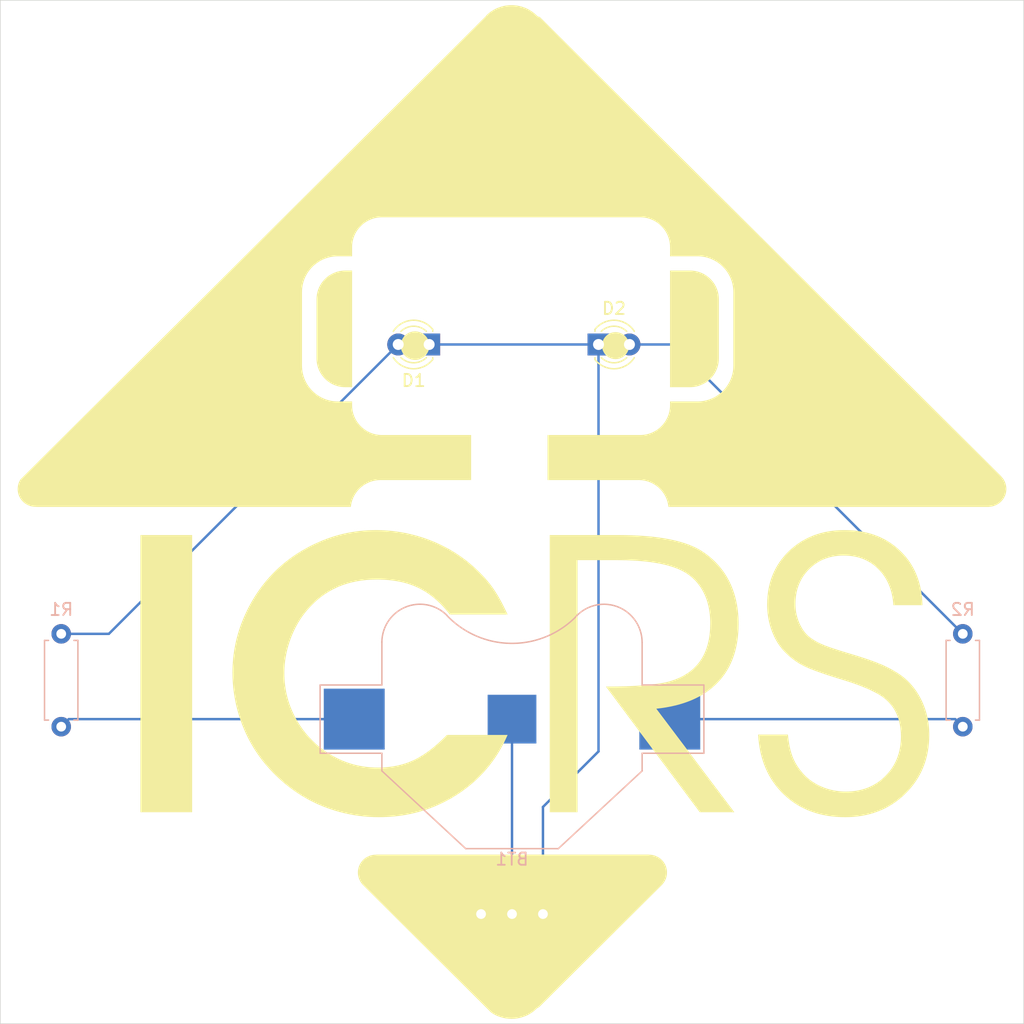
<source format=kicad_pcb>
(kicad_pcb (version 20241229) (generator "pcbnew") (generator_version "9.0")
  (layers (0 "F.Cu" signal) (2 "B.Cu" signal) (13 "F.Paste" user) (15 "B.Paste" user) (5 "F.SilkS" user "F.Silkscreen") (7 "B.SilkS" user "B.Silkscreen") (1 "F.Mask" user) (3 "B.Mask" user) (25 "Edge.Cuts" user))
  (net 0 "")
  (net 1 "GND")
  (net 2 "Net-(BT1-+)")
  (net 3 "Net-(D1-K)")
  (net 4 "Net-(D1-A)")
  (net 5 "Net-(D2-A)")
  (footprint "LED_THT:LED_D3.0mm" (layer "F.Cu") (at -6.8 -13.75 180)
    (property "Reference" "D1")
    (property "Value" "LED")
  )
  (footprint "Button_Switch_THT:SW_Slide-03_Wuerth-WS-SLTV_10x2.5x6.4_P2.54mm" (layer "F.Cu") (at 0 33 180)
    (property "Reference" "SW1")
    (property "Value" "SW_SPDT")
  )
  (footprint "LED_THT:LED_D3.0mm" (layer "F.Cu") (at 7.1 -13.75)
    (property "Reference" "D2")
    (property "Value" "LED")
  )
  (footprint "Battery:BatteryHolder_Multicomp_BC-2001_1x2032" (layer "B.Cu") (at 0 17 180)
    (property "Reference" "BT1")
    (property "Value" "Battery_Cell")
  )
  (footprint "Resistor_THT:R_Axial_DIN0207_L6.3mm_D2.5mm_P7.62mm_Horizontal" (layer "B.Cu") (at 37 10 -90)
    (property "Reference" "R2")
    (property "Value" "R")
  )
  (footprint "Resistor_THT:R_Axial_DIN0207_L6.3mm_D2.5mm_P7.62mm_Horizontal" (layer "B.Cu") (at -37 10 -90)
    (property "Reference" "R1")
    (property "Value" "R")
  )
  (gr_poly (pts (xy -13.123604 -10.2438) (xy -13.677245 -10.2438) (xy -13.799104 -10.246867) (xy -13.919362 -10.255969) (xy -14.037871 -10.270959) (xy -14.154482 -10.291687) (xy -14.269046 -10.318007) (xy -14.381415 -10.34977) (xy -14.491439 -10.386827) (xy -14.598971 -10.429031) (xy -14.703861 -10.476234) (xy -14.80596 -10.528288) (xy -14.90512 -10.585044) (xy -15.001192 -10.646355) (xy -15.094028 -10.712072) (xy -15.183478 -10.782048) (xy -15.269394 -10.856134) (xy -15.351627 -10.934182) (xy -15.430029 -11.016044) (xy -15.504451 -11.101572) (xy -15.574743 -11.190618) (xy -15.640758 -11.283034) (xy -15.702346 -11.378672) (xy -15.759359 -11.477383) (xy -15.811648 -11.57902) (xy -15.859065 -11.683435) (xy -15.90146 -11.790479) (xy -15.938685 -11.900005) (xy -15.970591 -12.011864) (xy -15.997029 -12.125908) (xy -16.017851 -12.241989) (xy -16.032909 -12.35996) (xy -16.042052 -12.479671) (xy -16.045133 -12.600975) (xy -16.045133 -17.462824) (xy -16.042052 -17.584104) (xy -16.03291 -17.703793) (xy -16.017855 -17.821742) (xy -15.997035 -17.937804) (xy -15.970599 -18.051829) (xy -15.938696 -18.163671) (xy -15.901475 -18.273181) (xy -15.859083 -18.38021) (xy -15.811671 -18.484612) (xy -15.759386 -18.586236) (xy -15.702377 -18.684937) (xy -15.640792 -18.780564) (xy -15.574782 -18.872971) (xy -15.504493 -18.962008) (xy -15.430075 -19.047529) (xy -15.351677 -19.129384) (xy -15.269446 -19.207426) (xy -15.183532 -19.281507) (xy -15.094084 -19.351478) (xy -15.00125 -19.417191) (xy -14.905178 -19.478499) (xy -14.806018 -19.535252) (xy -14.703918 -19.587304) (xy -14.599026 -19.634505) (xy -14.491492 -19.676708) (xy -14.381464 -19.713764) (xy -14.26909 -19.745526) (xy -14.15452 -19.771845) (xy -14.037902 -19.792573) (xy -13.919384 -19.807563) (xy -13.799116 -19.816665) (xy -13.677245 -19.819732) (xy -13.123604 -19.819732)) (fill yes) (layer "F.SilkS"))
  (gr_poly (pts (xy 27.63191 1.491418) (xy 27.970923 1.511334) (xy 28.301789 1.544525) (xy 28.624509 1.590994) (xy 28.939084 1.650739) (xy 29.245514 1.723761) (xy 29.5438 1.81006) (xy 29.833944 1.909635) (xy 30.115945 2.022487) (xy 30.389805 2.148616) (xy 30.655525 2.288021) (xy 30.913104 2.440703) (xy 31.162544 2.606662) (xy 31.403846 2.785898) (xy 31.637011 2.97841) (xy 31.862038 3.184199) (xy 32.076327 3.400794) (xy 32.277271 3.625723) (xy 32.464872 3.858988) (xy 32.639131 4.100589) (xy 32.800049 4.350527) (xy 32.947628 4.608802) (xy 33.081866 4.875415) (xy 33.202767 5.150367) (xy 33.310331 5.433657) (xy 33.404559 5.725288) (xy 33.485451 6.025258) (xy 33.553009 6.33357) (xy 33.607234 6.650223) (xy 33.648126 6.975218) (xy 33.675687 7.308556) (xy 33.689917 7.650237) (xy 31.303109 7.650237) (xy 31.28409 7.421912) (xy 31.257344 7.199347) (xy 31.222872 6.982541) (xy 31.180676 6.771493) (xy 31.130754 6.566202) (xy 31.073107 6.366667) (xy 31.007737 6.172888) (xy 30.934642 5.984862) (xy 30.853824 5.80259) (xy 30.765283 5.62607) (xy 30.669019 5.455301) (xy 30.565033 5.290283) (xy 30.453325 5.131013) (xy 30.333895 4.977492) (xy 30.206744 4.829718) (xy 30.071873 4.68769) (xy 29.930612 4.552978) (xy 29.784449 4.426952) (xy 29.633383 4.309611) (xy 29.477418 4.200958) (xy 29.316553 4.100993) (xy 29.150791 4.009716) (xy 28.980134 3.927129) (xy 28.804582 3.853231) (xy 28.624137 3.788025) (xy 28.438802 3.73151) (xy 28.248577 3.683688) (xy 28.053464 3.644559) (xy 27.853465 3.614124) (xy 27.64858 3.592384) (xy 27.438812 3.579339) (xy 27.224163 3.574991) (xy 27.01122 3.57937) (xy 26.803003 3.592508) (xy 26.59951 3.614402) (xy 26.400741 3.645052) (xy 26.206696 3.684457) (xy 26.017375 3.732614) (xy 25.832776 3.789524) (xy 25.6529 3.855185) (xy 25.477747 3.929596) (xy 25.307315 4.012755) (xy 25.141605 4.104662) (xy 24.980615 4.205315) (xy 24.824346 4.314714) (xy 24.672797 4.432856) (xy 24.525968 4.559741) (xy 24.383858 4.695368) (xy 24.248501 4.837793) (xy 24.121878 4.984974) (xy 24.003988 5.136911) (xy 23.894833 5.293602) (xy 23.79441 5.455049) (xy 23.702721 5.62125) (xy 23.619765 5.792205) (xy 23.545542 5.967913) (xy 23.480052 6.148375) (xy 23.423295 6.333589) (xy 23.375269 6.523556) (xy 23.335976 6.718274) (xy 23.305416 6.917744) (xy 23.283587 7.121966) (xy 23.270489 7.330938) (xy 23.266124 7.54466) (xy 23.26724 7.642166) (xy 23.270591 7.739071) (xy 23.276177 7.835378) (xy 23.284 7.931088) (xy 23.294062 8.026202) (xy 23.306364 8.120723) (xy 23.320908 8.214651) (xy 23.337695 8.307988) (xy 23.356727 8.400737) (xy 23.378005 8.492897) (xy 23.401532 8.584472) (xy 23.427308 8.675462) (xy 23.455334 8.765869) (xy 23.485614 8.855695) (xy 23.518147 8.944941) (xy 23.552936 9.033608) (xy 23.589608 9.120961) (xy 23.627938 9.206311) (xy 23.667926 9.28966) (xy 23.709572 9.371008) (xy 23.752876 9.450357) (xy 23.797836 9.527706) (xy 23.844452 9.603057) (xy 23.892725 9.676411) (xy 23.942654 9.747768) (xy 23.994238 9.817129) (xy 24.047477 9.884495) (xy 24.10237 9.949867) (xy 24.158918 10.013245) (xy 24.217119 10.07463) (xy 24.276975 10.134024) (xy 24.338483 10.191426) (xy 24.458749 10.287517) (xy 24.585391 10.380326) (xy 24.718411 10.469846) (xy 24.857811 10.556069) (xy 25.003591 10.638986) (xy 25.155754 10.718591) (xy 25.314302 10.794874) (xy 25.479235 10.867829) (xy 25.661264 10.942088) (xy 25.871398 11.021989) (xy 26.109634 11.107529) (xy 26.375975 11.198708) (xy 26.992967 11.397975) (xy 27.722372 11.619777) (xy 28.140027 11.745774) (xy 28.531968 11.867982) (xy 28.898194 11.986407) (xy 29.238699 12.101056) (xy 29.553482 12.211934) (xy 29.842539 12.319047) (xy 30.105868 12.422403) (xy 30.343465 12.522006) (xy 30.565586 12.621965) (xy 30.782782 12.726094) (xy 30.995055 12.83441) (xy 31.202403 12.946926) (xy 31.404828 13.06366) (xy 31.60233 13.184625) (xy 31.794908 13.309839) (xy 31.982564 13.439317) (xy 32.114729 13.54266) (xy 32.243186 13.649642) (xy 32.367936 13.760263) (xy 32.488979 13.874524) (xy 32.606315 13.992426) (xy 32.719944 14.11397) (xy 32.829868 14.239156) (xy 32.936086 14.367987) (xy 33.038599 14.500462) (xy 33.137407 14.636583) (xy 33.232511 14.77635) (xy 33.32391 14.919766) (xy 33.411606 15.06683) (xy 33.495599 15.217543) (xy 33.575889 15.371908) (xy 33.652476 15.529923) (xy 33.724756 15.690537) (xy 33.792369 15.852793) (xy 33.855317 16.016692) (xy 33.9136 16.182234) (xy 33.967217 16.349419) (xy 34.016171 16.518246) (xy 34.06046 16.688715) (xy 34.100085 16.860826) (xy 34.135047 17.034578) (xy 34.165346 17.209973) (xy 34.190983 17.387008) (xy 34.211957 17.565685) (xy 34.22827 17.746003) (xy 34.239922 17.927961) (xy 34.246912 18.11156) (xy 34.249243 18.296799) (xy 34.241567 18.655818) (xy 34.218543 19.007189) (xy 34.180169 19.350913) (xy 34.126449 19.686993) (xy 34.057384 20.015429) (xy 33.972974 20.336222) (xy 33.873221 20.649374) (xy 33.758127 20.954887) (xy 33.627693 21.252761) (xy 33.48192 21.542999) (xy 33.320809 21.825601) (xy 33.144362 22.100568) (xy 32.952581 22.367903) (xy 32.745466 22.627606) (xy 32.523019 22.879679) (xy 32.285241 23.124122) (xy 32.035797 23.35723) (xy 31.77845 23.575295) (xy 31.513198 23.778317) (xy 31.24004 23.966297) (xy 30.958977 24.139234) (xy 30.670008 24.297131) (xy 30.373132 24.439988) (xy 30.068348 24.567804) (xy 29.755656 24.680581) (xy 29.435056 24.778319) (xy 29.106546 24.861019) (xy 28.770126 24.928682) (xy 28.425796 24.981307) (xy 28.073555 25.018896) (xy 27.713402 25.041449) (xy 27.345337 25.048966) (xy 26.964567 25.041711) (xy 26.592641 25.019945) (xy 26.22956 24.983668) (xy 25.875325 24.932881) (xy 25.529936 24.867583) (xy 25.193395 24.787774) (xy 24.865702 24.693455) (xy 24.546859 24.584625) (xy 24.236867 24.461284) (xy 23.935726 24.323432) (xy 23.643437 24.171069) (xy 23.360002 24.004196) (xy 23.085421 23.822812) (xy 22.819696 23.626917) (xy 22.562826 23.416511) (xy 22.314814 23.191595) (xy 22.078195 22.954764) (xy 21.855501 22.708468) (xy 21.646732 22.452707) (xy 21.451887 22.187481) (xy 21.270967 21.912792) (xy 21.103971 21.62864) (xy 20.9509 21.335025) (xy 20.811754 21.031948) (xy 20.686532 20.719409) (xy 20.575235 20.39741) (xy 20.477863 20.06595) (xy 20.394415 19.725031) (xy 20.324892 19.374652) (xy 20.269293 19.014815) (xy 20.227619 18.645521) (xy 20.19987 18.266768) (xy 22.647265 18.266768) (xy 22.676112 18.531485) (xy 22.709958 18.784203) (xy 22.748793 19.024928) (xy 22.792606 19.253666) (xy 22.841387 19.470424) (xy 22.895123 19.675207) (xy 22.953804 19.868022) (xy 22.984996 19.959944) (xy 23.01742 20.048876) (xy 23.051389 20.135861) (xy 23.087316 20.222092) (xy 23.125202 20.307567) (xy 23.165043 20.392286) (xy 23.206839 20.476248) (xy 23.25059 20.559452) (xy 23.296293 20.641896) (xy 23.343947 20.72358) (xy 23.393552 20.804503) (xy 23.445106 20.884663) (xy 23.498607 20.964061) (xy 23.554056 21.042694) (xy 23.61145 21.120563) (xy 23.670788 21.197665) (xy 23.73207 21.274001) (xy 23.795294 21.349568) (xy 23.874038 21.442307) (xy 23.955439 21.532458) (xy 24.039498 21.620019) (xy 24.126214 21.70499) (xy 24.215587 21.787372) (xy 24.307617 21.867164) (xy 24.402304 21.944366) (xy 24.499648 22.018977) (xy 24.59965 22.090998) (xy 24.702308 22.160429) (xy 24.807624 22.227268) (xy 24.915597 22.291517) (xy 25.026226 22.353174) (xy 25.139513 22.41224) (xy 25.255457 22.468715) (xy 25.374058 22.522597) (xy 25.49436 22.573588) (xy 25.615552 22.621289) (xy 25.737634 22.6657) (xy 25.860607 22.706821) (xy 25.984472 22.744653) (xy 26.109229 22.779194) (xy 26.234878 22.810446) (xy 26.361419 22.838409) (xy 26.488853 22.863081) (xy 26.617181 22.884464) (xy 26.746403 22.902557) (xy 26.876518 22.917361) (xy 27.007528 22.928874) (xy 27.139433 22.937098) (xy 27.272233 22.942033) (xy 27.405928 22.943678) (xy 27.648689 22.938686) (xy 27.886085 22.923709) (xy 28.118117 22.898748) (xy 28.344783 22.863801) (xy 28.566084 22.818867) (xy 28.782019 22.763947) (xy 28.992587 22.69904) (xy 29.197789 22.624144) (xy 29.397623 22.53926) (xy 29.59209 22.444387) (xy 29.781189 22.339524) (xy 29.96492 22.224671) (xy 30.143282 22.099827) (xy 30.316275 21.964992) (xy 30.483898 21.820164) (xy 30.646151 21.665344) (xy 30.800689 21.5029) (xy 30.945264 21.335051) (xy 31.079874 21.161796) (xy 31.204519 20.983134) (xy 31.319198 20.799064) (xy 31.42391 20.609587) (xy 31.518654 20.4147) (xy 31.603429 20.214404) (xy 31.678234 20.008697) (xy 31.743068 19.797578) (xy 31.79793 19.581048) (xy 31.84282 19.359104) (xy 31.877735 19.131747) (xy 31.902676 18.898976) (xy 31.917642 18.660789) (xy 31.92263 18.417187) (xy 31.916612 18.15069) (xy 31.898557 17.892537) (xy 31.868465 17.642726) (xy 31.826337 17.401256) (xy 31.772171 17.168128) (xy 31.705967 16.943341) (xy 31.627726 16.726894) (xy 31.537447 16.518786) (xy 31.43513 16.319017) (xy 31.379457 16.222259) (xy 31.320775 16.127587) (xy 31.259082 16.034998) (xy 31.194381 15.944494) (xy 31.126669 15.856074) (xy 31.055948 15.769739) (xy 30.905476 15.603321) (xy 30.742966 15.445238) (xy 30.568416 15.295492) (xy 30.381826 15.15408) (xy 30.23863 15.060234) (xy 30.084817 14.966615) (xy 29.74534 14.780062) (xy 29.363393 14.59443) (xy 28.938975 14.409725) (xy 28.472086 14.225957) (xy 27.962722 14.043133) (xy 27.410883 13.861261) (xy 26.816567 13.680348) (xy 26.33684 13.529848) (xy 25.894614 13.386625) (xy 25.489895 13.250688) (xy 25.122691 13.122047) (xy 24.793011 13.000711) (xy 24.500862 12.886689) (xy 24.246251 12.779991) (xy 24.029187 12.680626) (xy 23.930509 12.631652) (xy 23.832714 12.580625) (xy 23.735803 12.527544) (xy 23.639775 12.472409) (xy 23.544629 12.415218) (xy 23.450367 12.355972) (xy 23.356987 12.29467) (xy 23.26449 12.231312) (xy 23.172875 12.165896) (xy 23.082141 12.098422) (xy 22.99229 12.028889) (xy 22.90332 11.957298) (xy 22.815231 11.883648) (xy 22.728024 11.807937) (xy 22.641697 11.730166) (xy 22.556251 11.650333) (xy 22.461316 11.560563) (xy 22.369094 11.467909) (xy 22.279585 11.372374) (xy 22.192791 11.273957) (xy 22.108712 11.17266) (xy 22.027347 11.068483) (xy 21.948698 10.961427) (xy 21.872764 10.851493) (xy 21.799547 10.738681) (xy 21.729046 10.622993) (xy 21.661262 10.504429) (xy 21.596196 10.382991) (xy 21.533847 10.258678) (xy 21.474216 10.131492) (xy 21.417303 10.001433) (xy 21.363109 9.868502) (xy 21.311859 9.733691) (xy 21.263922 9.597993) (xy 21.219298 9.461409) (xy 21.177985 9.323939) (xy 21.139982 9.185583) (xy 21.10529 9.046342) (xy 21.073906 8.906214) (xy 21.045829 8.765202) (xy 21.021059 8.623304) (xy 20.999595 8.480522) (xy 20.981436 8.336855) (xy 20.966581 8.192303) (xy 20.955029 8.046868) (xy 20.946778 7.900548) (xy 20.941828 7.753344) (xy 20.940179 7.605257) (xy 20.947172 7.274396) (xy 20.968151 6.950996) (xy 21.003116 6.635056) (xy 21.052066 6.326577) (xy 21.115 6.025558) (xy 21.191918 5.732) (xy 21.28282 5.445904) (xy 21.387703 5.167268) (xy 21.506569 4.896095) (xy 21.639417 4.632383) (xy 21.786245 4.376133) (xy 21.947053 4.127345) (xy 22.121841 3.88602) (xy 22.310608 3.652157) (xy 22.513354 3.425757) (xy 22.730078 3.20682) (xy 22.957648 2.998314) (xy 23.19283 2.803255) (xy 23.435624 2.621645) (xy 23.686031 2.453483) (xy 23.94405 2.298772) (xy 24.209682 2.15751) (xy 24.482927 2.029699) (xy 24.763785 1.91534) (xy 25.052257 1.814432) (xy 25.348342 1.726977) (xy 25.652041 1.652975) (xy 25.963354 1.592426) (xy 26.282281 1.545332) (xy 26.608823 1.511692) (xy 26.942979 1.491508) (xy 27.28475 1.48478)) (fill yes) (layer "F.SilkS"))
  (gr_poly (pts (xy 8.555679 -14.762501) (xy 8.612196 -14.758224) (xy 8.667892 -14.751181) (xy 8.722697 -14.741441) (xy 8.776541 -14.729074) (xy 8.829353 -14.714149) (xy 8.881065 -14.696736) (xy 8.931606 -14.676904) (xy 8.980905 -14.654723) (xy 9.028894 -14.630262) (xy 9.075501 -14.603591) (xy 9.120658 -14.574779) (xy 9.164294 -14.543896) (xy 9.206339 -14.511011) (xy 9.246724 -14.476193) (xy 9.285377 -14.439513) (xy 9.32223 -14.40104) (xy 9.357213 -14.360842) (xy 9.390255 -14.318991) (xy 9.421286 -14.275554) (xy 9.450237 -14.230602) (xy 9.477037 -14.184205) (xy 9.501617 -14.136431) (xy 9.523907 -14.08735) (xy 9.543836 -14.037032) (xy 9.561335 -13.985547) (xy 9.576334 -13.932962) (xy 9.588763 -13.879349) (xy 9.598552 -13.824777) (xy 9.60563 -13.769315) (xy 9.609928 -13.713032) (xy 9.611377 -13.655999) (xy 9.609928 -13.599001) (xy 9.60563 -13.542749) (xy 9.598552 -13.487313) (xy 9.588763 -13.432763) (xy 9.576334 -13.379168) (xy 9.561335 -13.326599) (xy 9.543836 -13.275125) (xy 9.523907 -13.224815) (xy 9.501617 -13.17574) (xy 9.477037 -13.127969) (xy 9.450237 -13.081572) (xy 9.421286 -13.036619) (xy 9.390255 -12.993178) (xy 9.357213 -12.951321) (xy 9.32223 -12.911116) (xy 9.285377 -12.872634) (xy 9.246724 -12.835944) (xy 9.206339 -12.801116) (xy 9.164294 -12.768219) (xy 9.120658 -12.737324) (xy 9.075501 -12.708499) (xy 9.028894 -12.681816) (xy 8.980905 -12.657343) (xy 8.931606 -12.635149) (xy 8.881065 -12.615306) (xy 8.829353 -12.597883) (xy 8.776541 -12.582948) (xy 8.722697 -12.570573) (xy 8.667892 -12.560826) (xy 8.612196 -12.553778) (xy 8.555679 -12.549498) (xy 8.49841 -12.548056) (xy 8.441117 -12.549498) (xy 8.384576 -12.553777) (xy 8.328858 -12.560823) (xy 8.274033 -12.570567) (xy 8.220171 -12.58294) (xy 8.167341 -12.597871) (xy 8.115613 -12.615291) (xy 8.065058 -12.635131) (xy 8.015745 -12.65732) (xy 7.967744 -12.681789) (xy 7.921125 -12.708468) (xy 7.875958 -12.737289) (xy 7.832313 -12.76818) (xy 7.790259 -12.801073) (xy 7.749868 -12.835897) (xy 7.711207 -12.872584) (xy 7.674349 -12.911063) (xy 7.639361 -12.951266) (xy 7.606315 -12.993121) (xy 7.57528 -13.03656) (xy 7.546326 -13.081513) (xy 7.519523 -13.12791) (xy 7.494941 -13.175682) (xy 7.47265 -13.224759) (xy 7.452719 -13.275071) (xy 7.435219 -13.32655) (xy 7.420219 -13.379124) (xy 7.40779 -13.432724) (xy 7.398002 -13.487282) (xy 7.390923 -13.542727) (xy 7.386625 -13.598989) (xy 7.385176 -13.655999) (xy 7.386625 -13.713032) (xy 7.390923 -13.769315) (xy 7.398002 -13.824777) (xy 7.40779 -13.879349) (xy 7.420219 -13.932962) (xy 7.435219 -13.985547) (xy 7.452719 -14.037032) (xy 7.47265 -14.08735) (xy 7.494941 -14.136431) (xy 7.519523 -14.184205) (xy 7.546326 -14.230602) (xy 7.57528 -14.275554) (xy 7.606315 -14.318991) (xy 7.639361 -14.360842) (xy 7.674349 -14.40104) (xy 7.711207 -14.439513) (xy 7.749868 -14.476193) (xy 7.790259 -14.511011) (xy 7.832313 -14.543896) (xy 7.875958 -14.574779) (xy 7.921125 -14.603591) (xy 7.967744 -14.630262) (xy 8.015745 -14.654723) (xy 8.065058 -14.676904) (xy 8.115613 -14.696736) (xy 8.167341 -14.714149) (xy 8.220171 -14.729074) (xy 8.274033 -14.741441) (xy 8.328858 -14.751181) (xy 8.384576 -14.758224) (xy 8.441117 -14.762501) (xy 8.49841 -14.763942)) (fill yes) (layer "F.SilkS"))
  (gr_poly (pts (xy 14.731882 -19.816932) (xy 14.852142 -19.80783) (xy 14.970654 -19.79284) (xy 15.087269 -19.772112) (xy 15.201839 -19.745792) (xy 15.314215 -19.714029) (xy 15.424247 -19.676972) (xy 15.531787 -19.634767) (xy 15.636686 -19.587564) (xy 15.738796 -19.535511) (xy 15.837967 -19.478754) (xy 15.93405 -19.417444) (xy 16.026897 -19.351727) (xy 16.11636 -19.281751) (xy 16.202288 -19.207665) (xy 16.284534 -19.129617) (xy 16.362948 -19.047755) (xy 16.437382 -18.962227) (xy 16.507686 -18.873181) (xy 16.573713 -18.780765) (xy 16.635313 -18.685127) (xy 16.692337 -18.586416) (xy 16.744636 -18.484779) (xy 16.792062 -18.380364) (xy 16.834466 -18.27332) (xy 16.871699 -18.163794) (xy 16.903613 -18.051935) (xy 16.930057 -17.937891) (xy 16.950884 -17.82181) (xy 16.965945 -17.703839) (xy 16.975091 -17.584128) (xy 16.978172 -17.462824) (xy 16.978172 -12.600975) (xy 16.975091 -12.479671) (xy 16.965945 -12.35996) (xy 16.950884 -12.241989) (xy 16.930057 -12.125908) (xy 16.903613 -12.011865) (xy 16.871699 -11.900007) (xy 16.834466 -11.790482) (xy 16.792062 -11.683439) (xy 16.744636 -11.579026) (xy 16.692337 -11.477391) (xy 16.635313 -11.378683) (xy 16.573713 -11.283048) (xy 16.507686 -11.190636) (xy 16.437382 -11.101594) (xy 16.362948 -11.016071) (xy 16.284534 -10.934215) (xy 16.202288 -10.856173) (xy 16.11636 -10.782095) (xy 16.026897 -10.712128) (xy 15.93405 -10.64642) (xy 15.837967 -10.585119) (xy 15.738796 -10.528374) (xy 15.636686 -10.476333) (xy 15.531787 -10.429143) (xy 15.424247 -10.386953) (xy 15.314215 -10.349911) (xy 15.201839 -10.318166) (xy 15.087269 -10.291865) (xy 14.970654 -10.271156) (xy 14.852142 -10.256187) (xy 14.731882 -10.247108) (xy 14.610022 -10.244065) (xy 12.970003 -10.244065) (xy 12.970003 -19.819999) (xy 14.610022 -19.819999)) (fill yes) (layer "F.SilkS"))
  (gr_poly (pts (xy -0.029691 -41.602079) (xy 0.008402 -41.601508) (xy 0.046557 -41.600577) (xy 0.077137 -41.599574) (xy 0.107743 -41.598324) (xy 0.138348 -41.596758) (xy 0.168928 -41.594809) (xy 0.205296 -41.591884) (xy 0.241591 -41.58853) (xy 0.277835 -41.584772) (xy 0.314053 -41.58063) (xy 0.34637 -41.576488) (xy 0.378513 -41.572007) (xy 0.410607 -41.567212) (xy 0.442776 -41.562123) (xy 0.477218 -41.556348) (xy 0.511663 -41.550167) (xy 0.546059 -41.543535) (xy 0.580357 -41.536408) (xy 0.613804 -41.528905) (xy 0.647115 -41.520907) (xy 0.68035 -41.512548) (xy 0.713571 -41.503964) (xy 0.746168 -41.495282) (xy 0.778676 -41.48642) (xy 0.81111 -41.477198) (xy 0.843481 -41.467435) (xy 0.877667 -41.456248) (xy 0.911779 -41.444452) (xy 0.945841 -41.432251) (xy 0.97988 -41.419848) (xy 1.040731 -41.397376) (xy 1.071034 -41.385713) (xy 1.086132 -41.379676) (xy 1.101188 -41.373464) (xy 1.118763 -41.366024) (xy 1.13627 -41.358334) (xy 1.171104 -41.342371) (xy 1.205739 -41.325912) (xy 1.240224 -41.309296) (xy 1.296186 -41.282529) (xy 1.324092 -41.268842) (xy 1.337961 -41.261775) (xy 1.351751 -41.254502) (xy 1.369805 -41.244629) (xy 1.38776 -41.234502) (xy 1.423435 -41.213646) (xy 1.458887 -41.192249) (xy 1.494225 -41.170626) (xy 1.518907 -41.155692) (xy 1.543638 -41.140915) (xy 1.56827 -41.125913) (xy 1.580502 -41.118208) (xy 1.592654 -41.110303) (xy 1.612055 -41.097163) (xy 1.631284 -41.083728) (xy 1.650368 -41.070039) (xy 1.669332 -41.056139) (xy 1.707007 -41.027874) (xy 1.744522 -40.999272) (xy 1.754278 -40.991953) (xy 1.764081 -40.984743) (xy 1.783714 -40.970462) (xy 1.793488 -40.963295) (xy 1.803197 -40.956046) (xy 1.812813 -40.948667) (xy 1.822308 -40.941111) (xy 1.850095 -40.918138) (xy 1.877683 -40.894813) (xy 1.90506 -40.871122) (xy 1.932212 -40.847051) (xy 1.959129 -40.822586) (xy 1.985797 -40.797712) (xy 2.012205 -40.772416) (xy 2.038339 -40.746683) (xy 2.053659 -40.73198) (xy 2.06881 -40.718498) (xy 2.083796 -40.706212) (xy 2.09862 -40.695099) (xy 2.113285 -40.685133) (xy 2.127792 -40.67629) (xy 2.142145 -40.668546) (xy 2.156347 -40.661877) (xy 2.170399 -40.656259) (xy 2.184305 -40.651667) (xy 2.198068 -40.648077) (xy 2.21169 -40.645464) (xy 2.225174 -40.643805) (xy 2.238522 -40.643075) (xy 2.251737 -40.643249) (xy 2.264823 -40.644304) (xy 40.110554 -2.971597) (xy 40.112671 -2.968871) (xy 40.114674 -2.966195) (xy 40.118431 -2.96095) (xy 40.125639 -2.950612) (xy 40.129481 -2.945362) (xy 40.131546 -2.942682) (xy 40.13374 -2.939952) (xy 40.136087 -2.937162) (xy 40.138613 -2.934303) (xy 40.14134 -2.931364) (xy 40.144295 -2.928336) (xy 40.196511 -2.873677) (xy 40.245358 -2.817066) (xy 40.290836 -2.758633) (xy 40.332945 -2.698508) (xy 40.371685 -2.636823) (xy 40.407055 -2.573706) (xy 40.439055 -2.509288) (xy 40.467685 -2.443699) (xy 40.492945 -2.37707) (xy 40.514834 -2.30953) (xy 40.533353 -2.24121) (xy 40.548502 -2.17224) (xy 40.560279 -2.10275) (xy 40.568686 -2.03287) (xy 40.573721 -1.96273) (xy 40.575385 -1.892461) (xy 40.573678 -1.822193) (xy 40.568599 -1.752056) (xy 40.560148 -1.68218) (xy 40.548325 -1.612695) (xy 40.533129 -1.543731) (xy 40.514562 -1.47542) (xy 40.492622 -1.40789) (xy 40.467309 -1.341272) (xy 40.438623 -1.275696) (xy 40.406565 -1.211293) (xy 40.371133 -1.148192) (xy 40.332328 -1.086524) (xy 40.290149 -1.026418) (xy 40.244596 -0.968006) (xy 40.19567 -0.911417) (xy 40.14337 -0.856781) (xy 40.092757 -0.808676) (xy 40.040456 -0.763429) (xy 39.986571 -0.721041) (xy 39.931204 -0.681511) (xy 39.87446 -0.644841) (xy 39.816442 -0.611029) (xy 39.757254 -0.580076) (xy 39.697 -0.551982) (xy 39.635783 -0.526746) (xy 39.573707 -0.504369) (xy 39.510876 -0.484851) (xy 39.447393 -0.468192) (xy 39.383362 -0.454391) (xy 39.318886 -0.443449) (xy 39.254071 -0.435365) (xy 39.189018 -0.430141) (xy 39.185839 -0.42992) (xy 39.182892 -0.42961) (xy 39.180159 -0.429216) (xy 39.177624 -0.428744) (xy 39.175269 -0.428201) (xy 39.173078 -0.427593) (xy 39.171035 -0.426926) (xy 39.169121 -0.426206) (xy 39.16732 -0.42544) (xy 39.165616 -0.424633) (xy 39.163991 -0.423792) (xy 39.162429 -0.422924) (xy 39.159425 -0.421127) (xy 39.156469 -0.419293) (xy 12.837175 -0.419293) (xy 12.82306 -0.534357) (xy 12.803668 -0.647716) (xy 12.779126 -0.759241) (xy 12.749561 -0.868805) (xy 12.7151 -0.97628) (xy 12.67587 -1.081539) (xy 12.631997 -1.184453) (xy 12.583609 -1.284895) (xy 12.530832 -1.382738) (xy 12.473793 -1.477853) (xy 12.412619 -1.570113) (xy 12.347437 -1.659391) (xy 12.278374 -1.745558) (xy 12.205556 -1.828487) (xy 12.129111 -1.908051) (xy 12.049165 -1.984121) (xy 11.965846 -2.05657) (xy 11.879279 -2.12527) (xy 11.789592 -2.190094) (xy 11.696912 -2.250913) (xy 11.601366 -2.307601) (xy 11.50308 -2.360029) (xy 11.402181 -2.40807) (xy 11.298796 -2.451596) (xy 11.193053 -2.49048) (xy 11.085077 -2.524593) (xy 10.974996 -2.553809) (xy 10.862937 -2.577999) (xy 10.749026 -2.597036) (xy 10.63339 -2.610791) (xy 10.516157 -2.619138) (xy 10.397452 -2.621949) (xy 2.914246 -2.621949) (xy 2.914246 -6.319635) (xy 10.514139 -6.319635) (xy 10.640473 -6.322816) (xy 10.765148 -6.332254) (xy 10.888011 -6.347798) (xy 11.008908 -6.369292) (xy 11.127684 -6.396584) (xy 11.244184 -6.429519) (xy 11.358256 -6.467944) (xy 11.469743 -6.511706) (xy 11.578493 -6.56065) (xy 11.68435 -6.614623) (xy 11.78716 -6.673472) (xy 11.88677 -6.737042) (xy 11.983025 -6.80518) (xy 12.07577 -6.877732) (xy 12.164852 -6.954545) (xy 12.250115 -7.035465) (xy 12.331407 -7.120338) (xy 12.408572 -7.20901) (xy 12.481456 -7.301329) (xy 12.549905 -7.397139) (xy 12.613765 -7.496289) (xy 12.672881 -7.598623) (xy 12.727099 -7.703988) (xy 12.776265 -7.812231) (xy 12.820225 -7.923198) (xy 12.858824 -8.036735) (xy 12.891907 -8.152688) (xy 12.919322 -8.270905) (xy 12.940913 -8.39123) (xy 12.956526 -8.513511) (xy 12.966007 -8.637594) (xy 12.969202 -8.763325) (xy 12.969202 -9.075005) (xy 15.221337 -9.075005) (xy 15.372928 -9.078821) (xy 15.52253 -9.090146) (xy 15.669956 -9.108796) (xy 15.815023 -9.134586) (xy 15.957545 -9.167332) (xy 16.097337 -9.206851) (xy 16.234213 -9.252957) (xy 16.367989 -9.305466) (xy 16.49848 -9.364194) (xy 16.6255 -9.428957) (xy 16.748865 -9.49957) (xy 16.868388 -9.575849) (xy 16.983886 -9.65761) (xy 17.095173 -9.744669) (xy 17.202063 -9.836841) (xy 17.304372 -9.933942) (xy 17.401915 -10.035787) (xy 17.494506 -10.142193) (xy 17.581961 -10.252976) (xy 17.664094 -10.367949) (xy 17.74072 -10.486931) (xy 17.811654 -10.609735) (xy 17.876712 -10.736179) (xy 17.935707 -10.866077) (xy 17.988454 -10.999245) (xy 18.034769 -11.1355) (xy 18.074467 -11.274656) (xy 18.107362 -11.41653) (xy 18.133269 -11.560937) (xy 18.152004 -11.707692) (xy 18.16338 -11.856613) (xy 18.167213 -12.007513) (xy 18.167213 -18.056154) (xy 18.16338 -18.207067) (xy 18.152004 -18.355997) (xy 18.133269 -18.502761) (xy 18.107362 -18.647176) (xy 18.074467 -18.789056) (xy 18.034769 -18.928217) (xy 17.988454 -19.064475) (xy 17.935707 -19.197646) (xy 17.876712 -19.327546) (xy 17.811654 -19.453991) (xy 17.74072 -19.576795) (xy 17.664094 -19.695776) (xy 17.581961 -19.810749) (xy 17.494506 -19.921529) (xy 17.401915 -20.027932) (xy 17.304372 -20.129775) (xy 17.202063 -20.226873) (xy 17.095173 -20.319041) (xy 16.983886 -20.406096) (xy 16.868388 -20.487853) (xy 16.748865 -20.564129) (xy 16.6255 -20.634738) (xy 16.49848 -20.699496) (xy 16.367989 -20.758221) (xy 16.234213 -20.810726) (xy 16.097337 -20.856828) (xy 15.957545 -20.896343) (xy 15.815023 -20.929087) (xy 15.669956 -20.954875) (xy 15.52253 -20.973523) (xy 15.372928 -20.984847) (xy 15.221337 -20.988662) (xy 12.969202 -20.988662) (xy 12.969202 -21.746164) (xy 12.966007 -21.87193) (xy 12.956526 -21.996043) (xy 12.940913 -22.11835) (xy 12.919322 -22.238698) (xy 12.891907 -22.356933) (xy 12.858824 -22.472902) (xy 12.820225 -22.58645) (xy 12.776265 -22.697426) (xy 12.727099 -22.805674) (xy 12.672881 -22.911042) (xy 12.613765 -23.013377) (xy 12.549905 -23.112524) (xy 12.481456 -23.208331) (xy 12.408572 -23.300644) (xy 12.331407 -23.38931) (xy 12.250115 -23.474174) (xy 12.164852 -23.555084) (xy 12.07577 -23.631886) (xy 11.983025 -23.704427) (xy 11.88677 -23.772553) (xy 11.78716 -23.836111) (xy 11.68435 -23.894947) (xy 11.578493 -23.948908) (xy 11.469743 -23.99784) (xy 11.358256 -24.04159) (xy 11.244184 -24.080005) (xy 11.127684 -24.112931) (xy 11.008908 -24.140214) (xy 10.888011 -24.161702) (xy 10.765148 -24.17724) (xy 10.640473 -24.186676) (xy 10.514139 -24.189855) (xy -10.669595 -24.189855) (xy -10.795917 -24.186676) (xy -10.920582 -24.17724) (xy -11.043435 -24.161702) (xy -11.164322 -24.140214) (xy -11.283089 -24.112931) (xy -11.399582 -24.080005) (xy -11.513645 -24.04159) (xy -11.625126 -23.99784) (xy -11.733869 -23.948908) (xy -11.83972 -23.894947) (xy -11.942525 -23.836111) (xy -12.04213 -23.772553) (xy -12.13838 -23.704427) (xy -12.231121 -23.631886) (xy -12.320199 -23.555084) (xy -12.40546 -23.474174) (xy -12.486748 -23.38931) (xy -12.56391 -23.300644) (xy -12.636792 -23.208331) (xy -12.70524 -23.112524) (xy -12.769098 -23.013377) (xy -12.828212 -22.911042) (xy -12.88243 -22.805674) (xy -12.931595 -22.697426) (xy -12.975554 -22.58645) (xy -13.014152 -22.472902) (xy -13.047235 -22.356933) (xy -13.07465 -22.238698) (xy -13.09624 -22.11835) (xy -13.111853 -21.996043) (xy -13.121334 -21.87193) (xy -13.124529 -21.746164) (xy -13.124529 -20.988662) (xy -14.290153 -20.988662) (xy -14.441732 -20.984847) (xy -14.591322 -20.973523) (xy -14.738738 -20.954875) (xy -14.883795 -20.929087) (xy -15.026307 -20.896343) (xy -15.16609 -20.856828) (xy -15.302959 -20.810726) (xy -15.436728 -20.758221) (xy -15.567211 -20.699496) (xy -15.694225 -20.634738) (xy -15.817584 -20.564129) (xy -15.937102 -20.487853) (xy -16.052595 -20.406096) (xy -16.163877 -20.319041) (xy -16.270764 -20.226873) (xy -16.37307 -20.129775) (xy -16.47061 -20.027932) (xy -16.563198 -19.921529) (xy -16.650651 -19.810749) (xy -16.732782 -19.695776) (xy -16.809406 -19.576795) (xy -16.880339 -19.453991) (xy -16.945395 -19.327546) (xy -17.004389 -19.197646) (xy -17.057136 -19.064475) (xy -17.10345 -18.928217) (xy -17.143147 -18.789056) (xy -17.176042 -18.647176) (xy -17.201949 -18.502761) (xy -17.220683 -18.355997) (xy -17.23206 -18.207067) (xy -17.235893 -18.056154) (xy -17.235893 -12.007513) (xy -17.23206 -11.856613) (xy -17.220683 -11.707692) (xy -17.201949 -11.560937) (xy -17.176042 -11.41653) (xy -17.143147 -11.274656) (xy -17.10345 -11.1355) (xy -17.057136 -10.999245) (xy -17.004389 -10.866077) (xy -16.945395 -10.736179) (xy -16.880339 -10.609735) (xy -16.809406 -10.486931) (xy -16.732782 -10.367949) (xy -16.650651 -10.252976) (xy -16.563198 -10.142193) (xy -16.47061 -10.035787) (xy -16.37307 -9.933942) (xy -16.270764 -9.836841) (xy -16.163877 -9.744669) (xy -16.052595 -9.65761) (xy -15.937102 -9.575849) (xy -15.817584 -9.49957) (xy -15.694225 -9.428957) (xy -15.567211 -9.364194) (xy -15.436728 -9.305466) (xy -15.302959 -9.252957) (xy -15.16609 -9.206851) (xy -15.026307 -9.167332) (xy -14.883795 -9.134586) (xy -14.738738 -9.108796) (xy -14.591322 -9.090146) (xy -14.441732 -9.078821) (xy -14.290153 -9.075005) (xy -13.124529 -9.075005) (xy -13.124529 -8.763325) (xy -13.121334 -8.637594) (xy -13.111853 -8.513511) (xy -13.09624 -8.39123) (xy -13.07465 -8.270905) (xy -13.047235 -8.152688) (xy -13.014152 -8.036735) (xy -12.975554 -7.923198) (xy -12.931595 -7.812231) (xy -12.88243 -7.703988) (xy -12.828212 -7.598623) (xy -12.769098 -7.496289) (xy -12.70524 -7.397139) (xy -12.636792 -7.301329) (xy -12.56391 -7.20901) (xy -12.486748 -7.120338) (xy -12.40546 -7.035465) (xy -12.320199 -6.954545) (xy -12.231121 -6.877732) (xy -12.13838 -6.80518) (xy -12.04213 -6.737042) (xy -11.942525 -6.673472) (xy -11.83972 -6.614623) (xy -11.733869 -6.56065) (xy -11.625126 -6.511706) (xy -11.513645 -6.467944) (xy -11.399582 -6.429519) (xy -11.283089 -6.396584) (xy -11.164322 -6.369292) (xy -11.043435 -6.347798) (xy -10.920582 -6.332254) (xy -10.795917 -6.322816) (xy -10.669595 -6.319635) (xy -3.354529 -6.319635) (xy -3.354529 -2.621687) (xy -10.788656 -2.621687) (xy -10.90736 -2.618876) (xy -11.024591 -2.61053) (xy -11.140223 -2.596776) (xy -11.254129 -2.577742) (xy -11.366183 -2.553555) (xy -11.476257 -2.524342) (xy -11.584226 -2.490232) (xy -11.689962 -2.451353) (xy -11.793338 -2.40783) (xy -11.894229 -2.359793) (xy -11.992507 -2.307369) (xy -12.088045 -2.250686) (xy -12.180717 -2.18987) (xy -12.270396 -2.12505) (xy -12.356956 -2.056353) (xy -12.440269 -1.983908) (xy -12.520209 -1.907841) (xy -12.596649 -1.82828) (xy -12.669463 -1.745352) (xy -12.738524 -1.659186) (xy -12.803704 -1.569909) (xy -12.864878 -1.477649) (xy -12.921919 -1.382533) (xy -12.9747 -1.284688) (xy -13.023094 -1.184243) (xy -13.066975 -1.081325) (xy -13.106215 -0.976062) (xy -13.140689 -0.868581) (xy -13.170268 -0.759009) (xy -13.194828 -0.647475) (xy -13.214241 -0.534107) (xy -13.228379 -0.41903) (xy -39.067891 -0.41903) (xy -39.069099 -0.420658) (xy -39.069736 -0.421455) (xy -39.070406 -0.422231) (xy -39.071113 -0.422981) (xy -39.071866 -0.423696) (xy -39.07267 -0.424371) (xy -39.073533 -0.424999) (xy -39.074461 -0.425572) (xy -39.075461 -0.426084) (xy -39.076539 -0.426528) (xy -39.07711 -0.426723) (xy -39.077702 -0.426898) (xy -39.078318 -0.427053) (xy -39.078958 -0.427186) (xy -39.079622 -0.427298) (xy -39.080312 -0.427386) (xy -39.081028 -0.427451) (xy -39.081771 -0.427491) (xy -39.082542 -0.427506) (xy -39.083343 -0.427494) (xy -39.155407 -0.428124) (xy -39.227372 -0.432245) (xy -39.2991 -0.439857) (xy -39.370451 -0.450961) (xy -39.441287 -0.465556) (xy -39.51147 -0.483642) (xy -39.58086 -0.505219) (xy -39.64932 -0.530287) (xy -39.71671 -0.558847) (xy -39.782892 -0.590898) (xy -39.847728 -0.62644) (xy -39.911078 -0.665473) (xy -39.972804 -0.707998) (xy -40.032767 -0.754014) (xy -40.090829 -0.803521) (xy -40.146851 -0.856519) (xy -40.191779 -0.903204) (xy -40.234216 -0.951329) (xy -40.274162 -1.000812) (xy -40.311619 -1.051572) (xy -40.346589 -1.103527) (xy -40.379073 -1.156598) (xy -40.409071 -1.210701) (xy -40.436585 -1.265756) (xy -40.484167 -1.378398) (xy -40.521828 -1.493872) (xy -40.549578 -1.611529) (xy -40.567426 -1.730718) (xy -40.575384 -1.850789) (xy -40.57346 -1.971092) (xy -40.561665 -2.090976) (xy -40.540009 -2.209793) (xy -40.508501 -2.326891) (xy -40.467151 -2.44162) (xy -40.415969 -2.55333) (xy -40.354966 -2.661371) (xy -2.094978 -40.746445) (xy -2.123421 -40.746445) (xy -2.06011 -40.807596) (xy -1.995426 -40.866413) (xy -1.929422 -40.922908) (xy -1.862153 -40.97709) (xy -1.793671 -41.02897) (xy -1.724031 -41.078558) (xy -1.653285 -41.125863) (xy -1.581487 -41.170897) (xy -1.508691 -41.21367) (xy -1.43495 -41.254191) (xy -1.360318 -41.292471) (xy -1.284848 -41.32852) (xy -1.208593 -41.362348) (xy -1.131608 -41.393966) (xy -1.053945 -41.423383) (xy -0.975658 -41.450611) (xy -0.96824 -41.453106) (xy -0.960857 -41.455699) (xy -0.946141 -41.461035) (xy -0.9314 -41.466326) (xy -0.923985 -41.468863) (xy -0.916523 -41.471279) (xy -0.894218 -41.477967) (xy -0.871855 -41.484358) (xy -0.826963 -41.496423) (xy -0.781872 -41.507813) (xy -0.736607 -41.518864) (xy -0.693646 -41.529679) (xy -0.672128 -41.534951) (xy -0.661327 -41.537435) (xy -0.650486 -41.539772) (xy -0.629533 -41.544048) (xy -0.608547 -41.548064) (xy -0.566497 -41.555454) (xy -0.524374 -41.562214) (xy -0.482212 -41.568612) (xy -0.430981 -41.576513) (xy -0.405342 -41.580204) (xy -0.379554 -41.583512) (xy -0.359654 -41.585736) (xy -0.339739 -41.587737) (xy -0.299849 -41.591173) (xy -0.25986 -41.594023) (xy -0.219747 -41.59649) (xy -0.162792 -41.599675) (xy -0.134353 -41.600952) (xy -0.10584 -41.601778) (xy -0.06776 -41.602199)) (fill yes) (layer "F.SilkS"))
  (gr_poly (pts (xy 9.298123 1.894781) (xy 9.829278 1.908347) (xy 10.341904 1.930958) (xy 10.836002 1.962613) (xy 11.311572 2.003313) (xy 11.768613 2.053056) (xy 12.207127 2.111845) (xy 12.627113 2.179677) (xy 13.028571 2.256554) (xy 13.411503 2.342476) (xy 13.775907 2.437442) (xy 14.121784 2.541452) (xy 14.449135 2.654507) (xy 14.757959 2.776606) (xy 15.048256 2.90775) (xy 15.320028 3.047938) (xy 15.517156 3.167009) (xy 15.708337 3.291006) (xy 15.893571 3.419931) (xy 16.072855 3.553783) (xy 16.246188 3.692563) (xy 16.413567 3.836271) (xy 16.57499 3.984906) (xy 16.730456 4.138469) (xy 16.879963 4.296961) (xy 17.023509 4.460382) (xy 17.161091 4.628731) (xy 17.292708 4.802009) (xy 17.418359 4.980216) (xy 17.53804 5.163353) (xy 17.651751 5.351419) (xy 17.759489 5.544414) (xy 17.861057 5.741944) (xy 17.956066 5.943461) (xy 18.044516 6.148965) (xy 18.126408 6.358458) (xy 18.201744 6.571938) (xy 18.270523 6.789407) (xy 18.332748 7.010865) (xy 18.388419 7.236311) (xy 18.437536 7.465745) (xy 18.480102 7.699169) (xy 18.516116 7.936582) (xy 18.545581 8.177985) (xy 18.568496 8.423377) (xy 18.584862 8.672759) (xy 18.594682 8.92613) (xy 18.597955 9.183492) (xy 18.591201 9.560117) (xy 18.57094 9.9268) (xy 18.537171 10.283544) (xy 18.489892 10.630352) (xy 18.429102 10.967225) (xy 18.354801 11.294166) (xy 18.266986 11.611177) (xy 18.165656 11.918261) (xy 18.050812 12.21542) (xy 17.92245 12.502656) (xy 17.780572 12.779971) (xy 17.625174 13.047369) (xy 17.456256 13.304851) (xy 17.273817 13.552419) (xy 17.077856 13.790076) (xy 16.868371 14.017825) (xy 16.646018 14.234985) (xy 16.411455 14.44092) (xy 16.164682 14.635632) (xy 15.905698 14.81912) (xy 15.634503 14.991385) (xy 15.351097 15.152426) (xy 15.05548 15.302245) (xy 14.747652 15.44084) (xy 14.427612 15.568214) (xy 14.09536 15.684364) (xy 13.750896 15.789293) (xy 13.394219 15.883) (xy 13.025331 15.965484) (xy 12.644229 16.036748) (xy 12.250915 16.09679) (xy 11.845387 16.145611) (xy 18.250555 24.642043) (xy 15.410384 24.642043) (xy 7.705978 14.326067) (xy 8.594342 14.319263) (xy 9.416637 14.298848) (xy 10.172864 14.264816) (xy 10.863023 14.217159) (xy 11.487114 14.155872) (xy 12.045138 14.080948) (xy 12.299375 14.038371) (xy 12.537094 13.992382) (xy 12.758298 13.94298) (xy 12.962984 13.890166) (xy 13.363627 13.757137) (xy 13.738417 13.602375) (xy 14.087356 13.425879) (xy 14.410444 13.227647) (xy 14.562294 13.120381) (xy 14.707682 13.00768) (xy 14.846607 12.889546) (xy 14.97907 12.765977) (xy 15.10507 12.636973) (xy 15.224608 12.502535) (xy 15.337684 12.362662) (xy 15.444298 12.217355) (xy 15.54445 12.066612) (xy 15.63814 11.910434) (xy 15.725369 11.748822) (xy 15.806135 11.581773) (xy 15.948283 11.231371) (xy 16.064584 10.859226) (xy 16.155039 10.465337) (xy 16.21965 10.049703) (xy 16.258416 9.612324) (xy 16.271337 9.153199) (xy 16.268884 8.959441) (xy 16.261523 8.769087) (xy 16.249258 8.582139) (xy 16.23209 8.398596) (xy 16.210021 8.218459) (xy 16.183052 8.041728) (xy 16.151186 7.868405) (xy 16.114423 7.698488) (xy 16.072767 7.531979) (xy 16.026217 7.368878) (xy 15.974777 7.209185) (xy 15.918448 7.052901) (xy 15.857232 6.900025) (xy 15.79113 6.75056) (xy 15.720145 6.604504) (xy 15.644277 6.461859) (xy 15.563823 6.323078) (xy 15.479177 6.188765) (xy 15.39034 6.05892) (xy 15.297313 5.933542) (xy 15.200096 5.812631) (xy 15.098691 5.696187) (xy 14.993097 5.58421) (xy 14.883316 5.476699) (xy 14.769347 5.373655) (xy 14.651191 5.275077) (xy 14.528849 5.180965) (xy 14.402322 5.091319) (xy 14.27161 5.006138) (xy 14.136713 4.925423) (xy 13.997633 4.849173) (xy 13.854369 4.777388) (xy 13.628452 4.677233) (xy 13.388851 4.58354) (xy 13.135565 4.496308) (xy 12.868594 4.415538) (xy 12.587936 4.341229) (xy 12.293591 4.273382) (xy 11.985556 4.211997) (xy 11.663833 4.157073) (xy 11.328418 4.10861) (xy 10.979313 4.06661) (xy 10.240023 4.001993) (xy 9.445955 3.963223) (xy 8.597101 3.9503) (xy 5.379499 3.9503) (xy 5.379499 24.642305) (xy 3.098525 24.642305) (xy 3.098525 1.890259) (xy 8.74844 1.890259)) (fill yes) (layer "F.SilkS"))
  (gr_poly (pts (xy -10.922851 1.486782) (xy -10.654667 1.495161) (xy -10.387726 1.509125) (xy -10.122026 1.528672) (xy -9.857569 1.5538) (xy -9.594353 1.584509) (xy -9.332378 1.620798) (xy -9.071644 1.662664) (xy -8.812149 1.710106) (xy -8.553895 1.763124) (xy -8.29688 1.821715) (xy -8.041104 1.885879) (xy -7.786567 1.955614) (xy -7.533268 2.030919) (xy -7.281207 2.111793) (xy -7.030383 2.198233) (xy -6.781744 2.28999) (xy -6.536236 2.386618) (xy -6.293858 2.488117) (xy -6.05461 2.594487) (xy -5.818492 2.705728) (xy -5.585502 2.82184) (xy -5.35564 2.942823) (xy -5.128906 3.068677) (xy -4.905299 3.199402) (xy -4.684818 3.334998) (xy -4.467463 3.475465) (xy -4.253232 3.620803) (xy -4.042127 3.771012) (xy -3.834145 3.926092) (xy -3.629287 4.086043) (xy -3.427552 4.250865) (xy -3.162171 4.483622) (xy -2.910039 4.715378) (xy -2.671147 4.946148) (xy -2.445485 5.175948) (xy -2.233044 5.404793) (xy -2.033815 5.632699) (xy -1.847788 5.85968) (xy -1.759722 5.972829) (xy -1.674954 6.085753) (xy -1.509052 6.319505) (xy -1.34363 6.569713) (xy -1.178683 6.836371) (xy -1.014205 7.119479) (xy -0.850192 7.419032) (xy -0.68664 7.735027) (xy -0.523545 8.067462) (xy -0.3609 8.416333) (xy -5.104216 8.416333) (xy -5.250626 8.231608) (xy -5.399044 8.053275) (xy -5.54947 7.881334) (xy -5.701902 7.715787) (xy -5.856341 7.556635) (xy -6.012784 7.403879) (xy -6.171233 7.257521) (xy -6.331685 7.11756) (xy -6.49414 6.984) (xy -6.658597 6.85684) (xy -6.825056 6.736082) (xy -6.993515 6.621727) (xy -7.163974 6.513776) (xy -7.336433 6.412231) (xy -7.510889 6.317092) (xy -7.687343 6.228361) (xy -7.867132 6.145508) (xy -8.051397 6.068) (xy -8.240136 5.995837) (xy -8.433353 5.929019) (xy -8.631046 5.867547) (xy -8.833218 5.81142) (xy -9.039868 5.760639) (xy -9.250998 5.715202) (xy -9.466608 5.675112) (xy -9.686699 5.640366) (xy -9.911273 5.610966) (xy -10.140329 5.586911) (xy -10.373868 5.568202) (xy -10.611892 5.554838) (xy -10.8544 5.54682) (xy -11.101395 5.544147) (xy -11.543244 5.5539) (xy -11.97364 5.583158) (xy -12.392583 5.63192) (xy -12.800073 5.700185) (xy -13.196112 5.787954) (xy -13.580699 5.895224) (xy -13.953834 6.021995) (xy -14.315519 6.168267) (xy -14.665754 6.334038) (xy -15.004538 6.519308) (xy -15.331873 6.724077) (xy -15.647758 6.948342) (xy -15.952194 7.192104) (xy -16.245182 7.455362) (xy -16.526722 7.738114) (xy -16.796814 8.040361) (xy -16.90493 8.167786) (xy -17.010153 8.298144) (xy -17.112482 8.431436) (xy -17.211917 8.567661) (xy -17.308457 8.706821) (xy -17.402103 8.848914) (xy -17.492854 8.993942) (xy -17.580709 9.141904) (xy -17.665668 9.292802) (xy -17.747731 9.446634) (xy -17.826897 9.603401) (xy -17.903166 9.763103) (xy -17.976537 9.925741) (xy -18.047011 10.091315) (xy -18.114586 10.259825) (xy -18.179263 10.43127) (xy -18.24056 10.604312) (xy -18.297898 10.777463) (xy -18.351278 10.950723) (xy -18.4007 11.124093) (xy -18.446165 11.297573) (xy -18.487674 11.471163) (xy -18.525227 11.644864) (xy -18.558824 11.818677) (xy -18.588467 11.992601) (xy -18.614156 12.166638) (xy -18.63589 12.340786) (xy -18.653672 12.515048) (xy -18.667501 12.689422) (xy -18.677379 12.863911) (xy -18.683305 13.038513) (xy -18.68528 13.213229) (xy -18.681268 13.47337) (xy -18.669231 13.731157) (xy -18.64917 13.986591) (xy -18.621083 14.239671) (xy -18.584972 14.490396) (xy -18.540835 14.738767) (xy -18.488673 14.984784) (xy -18.428485 15.228446) (xy -18.360271 15.469753) (xy -18.284031 15.708705) (xy -18.199765 15.945301) (xy -18.107473 16.179542) (xy -18.007154 16.411428) (xy -17.898808 16.640957) (xy -17.782435 16.868131) (xy -17.658035 17.092948) (xy -17.526751 17.313776) (xy -17.38968 17.528784) (xy -17.246821 17.737972) (xy -17.098174 17.941338) (xy -16.943742 18.138883) (xy -16.783523 18.330607) (xy -16.617519 18.516508) (xy -16.44573 18.696587) (xy -16.268157 18.870843) (xy -16.0848 19.039276) (xy -15.895661 19.201885) (xy -15.700739 19.35867) (xy -15.500035 19.509631) (xy -15.293551 19.654767) (xy -15.081285 19.794078) (xy -14.863239 19.927563) (xy -14.641089 20.054218) (xy -14.416458 20.172691) (xy -14.189346 20.282984) (xy -13.959754 20.385099) (xy -13.727681 20.479037) (xy -13.493128 20.5648) (xy -13.256094 20.642388) (xy -13.01658 20.711803) (xy -12.774586 20.773047) (xy -12.530111 20.82612) (xy -12.283155 20.871025) (xy -12.033719 20.907762) (xy -11.781802 20.936333) (xy -11.527405 20.956739) (xy -11.270528 20.968982) (xy -11.01117 20.973062) (xy -10.806735 20.970655) (xy -10.60494 20.963431) (xy -10.405786 20.951391) (xy -10.209276 20.934534) (xy -10.015411 20.91286) (xy -9.824192 20.886367) (xy -9.63562 20.855056) (xy -9.449699 20.818926) (xy -9.266428 20.777976) (xy -9.08581 20.732205) (xy -8.907846 20.681613) (xy -8.732538 20.6262) (xy -8.559887 20.565965) (xy -8.389895 20.500907) (xy -8.222563 20.431026) (xy -8.057893 20.356321) (xy -7.894191 20.27609) (xy -7.72971 20.189385) (xy -7.564454 20.096208) (xy -7.398422 19.99656) (xy -7.231616 19.890441) (xy -7.064036 19.777851) (xy -6.895684 19.658793) (xy -6.72656 19.533266) (xy -6.556666 19.401271) (xy -6.386002 19.262809) (xy -6.21457 19.11788) (xy -6.04237 18.966486) (xy -5.869403 18.808628) (xy -5.695671 18.644305) (xy -5.521174 18.473519) (xy -5.345913 18.29627) (xy -0.3609 18.29627) (xy -0.534848 18.680285) (xy -0.720537 19.054207) (xy -0.917967 19.418033) (xy -1.127137 19.771763) (xy -1.348049 20.115395) (xy -1.5807 20.448928) (xy -1.82509 20.77236) (xy -2.08122 21.085691) (xy -2.349089 21.388918) (xy -2.628696 21.68204) (xy -2.920042 21.965057) (xy -3.223125 22.237966) (xy -3.537945 22.500767) (xy -3.864502 22.753457) (xy -4.202796 22.996036) (xy -4.552826 23.228502) (xy -4.911399 23.448873) (xy -5.275225 23.65502) (xy -5.644304 23.846943) (xy -6.018635 24.024644) (xy -6.39822 24.188123) (xy -6.783058 24.337382) (xy -7.17315 24.472421) (xy -7.568496 24.593241) (xy -7.969095 24.699844) (xy -8.374949 24.79223) (xy -8.786057 24.8704) (xy -9.20242 24.934355) (xy -9.624037 24.984096) (xy -10.050909 25.019624) (xy -10.483036 25.040941) (xy -10.920418 25.048046) (xy -11.330775 25.041461) (xy -11.738529 25.021709) (xy -12.143681 24.988795) (xy -12.546234 24.942724) (xy -12.946188 24.8835) (xy -13.343546 24.811127) (xy -13.738308 24.725611) (xy -14.130477 24.626956) (xy -14.517422 24.516371) (xy -14.896609 24.394963) (xy -15.268028 24.262733) (xy -15.631673 24.119686) (xy -15.987535 23.965823) (xy -16.335607 23.801148) (xy -16.675881 23.625664) (xy -17.008349 23.439374) (xy -17.33373 23.242537) (xy -17.652746 23.035601) (xy -17.965393 22.818563) (xy -18.271669 22.59142) (xy -18.571569 22.354168) (xy -18.865091 22.106806) (xy -19.152232 21.849329) (xy -19.432989 21.581735) (xy -19.705203 21.306016) (xy -19.966812 21.02367) (xy -20.217817 20.734706) (xy -20.458218 20.439135) (xy -20.688015 20.136966) (xy -20.907208 19.828207) (xy -21.115797 19.512869) (xy -21.313782 19.19096) (xy -21.501062 18.862051) (xy -21.677734 18.525604) (xy -21.843793 18.181622) (xy -21.999234 17.830109) (xy -22.144052 17.471067) (xy -22.278243 17.104501) (xy -22.401802 16.730412) (xy -22.514725 16.348805) (xy -22.615605 15.962232) (xy -22.70304 15.573049) (xy -22.777027 15.181261) (xy -22.837566 14.786874) (xy -22.884655 14.389895) (xy -22.918291 13.990329) (xy -22.938474 13.588184) (xy -22.945203 13.183465) (xy -22.941547 12.887323) (xy -22.930579 12.592822) (xy -22.912297 12.299961) (xy -22.886701 12.008742) (xy -22.853789 11.719163) (xy -22.81356 11.431225) (xy -22.766012 11.144928) (xy -22.711146 10.860274) (xy -22.648959 10.57726) (xy -22.57945 10.295889) (xy -22.502618 10.01616) (xy -22.418463 9.738073) (xy -22.326982 9.461629) (xy -22.228175 9.186828) (xy -22.122041 8.913669) (xy -22.008578 8.642153) (xy -21.889045 8.373836) (xy -21.764555 8.110218) (xy -21.635105 7.851299) (xy -21.500697 7.597078) (xy -21.36133 7.347556) (xy -21.217002 7.102732) (xy -21.067715 6.862604) (xy -20.913466 6.627173) (xy -20.754257 6.396437) (xy -20.590087 6.170397) (xy -20.420955 5.949051) (xy -20.246861 5.7324) (xy -20.067804 5.520442) (xy -19.883784 5.313177) (xy -19.694802 5.110605) (xy -19.500855 4.912724) (xy -19.302113 4.719725) (xy -19.098643 4.531651) (xy -18.890447 4.348503) (xy -18.677527 4.170283) (xy -18.459882 3.996992) (xy -18.237515 3.828632) (xy -18.010427 3.665204) (xy -17.778618 3.506709) (xy -17.54209 3.353148) (xy -17.300845 3.204524) (xy -17.054882 3.060837) (xy -16.804204 2.922089) (xy -16.548811 2.788281) (xy -16.288705 2.659414) (xy -16.023887 2.53549) (xy -15.754358 2.41651) (xy -15.481647 2.303617) (xy -15.207283 2.198001) (xy -14.931265 2.099664) (xy -14.653593 2.008606) (xy -14.374266 1.924829) (xy -14.093284 1.848332) (xy -13.810645 1.779118) (xy -13.52635 1.717185) (xy -13.240398 1.662536) (xy -12.952787 1.615171) (xy -12.663519 1.575091) (xy -12.372591 1.542296) (xy -12.080003 1.516788) (xy -11.785756 1.498566) (xy -11.489847 1.487633) (xy -11.192278 1.483989)) (fill yes) (layer "F.SilkS"))
  (gr_poly (pts (xy -26.253816 24.642305) (xy -30.498937 24.642305) (xy -30.498937 1.890259) (xy -26.253816 1.890259)) (fill yes) (layer "F.SilkS"))
  (gr_poly (pts (xy 11.224418 28.11806) (xy 11.225484 28.118931) (xy 11.226618 28.119781) (xy 11.227835 28.120604) (xy 11.229151 28.121391) (xy 11.230584 28.122137) (xy 11.23215 28.122833) (xy 11.233864 28.123474) (xy 11.235743 28.124052) (xy 11.237803 28.12456) (xy 11.240062 28.124992) (xy 11.242534 28.125339) (xy 11.245236 28.125596) (xy 11.248184 28.125756) (xy 11.251396 28.12581) (xy 11.32204 28.127486) (xy 11.392548 28.132514) (xy 11.46279 28.140893) (xy 11.532635 28.152624) (xy 11.601954 28.167706) (xy 11.670617 28.18614) (xy 11.738493 28.207926) (xy 11.805453 28.233064) (xy 11.871366 28.261554) (xy 11.936103 28.293395) (xy 11.999533 28.328588) (xy 12.061527 28.367133) (xy 12.121954 28.409029) (xy 12.180685 28.454278) (xy 12.237589 28.502878) (xy 12.292537 28.55483) (xy 12.343565 28.608208) (xy 12.391357 28.663438) (xy 12.435913 28.720399) (xy 12.477235 28.778971) (xy 12.515324 28.839033) (xy 12.550182 28.900465) (xy 12.58181 28.963147) (xy 12.61021 29.026958) (xy 12.635384 29.091778) (xy 12.657332 29.157486) (xy 12.676056 29.223962) (xy 12.691558 29.291087) (xy 12.703839 29.358738) (xy 12.712901 29.426796) (xy 12.718745 29.495141) (xy 12.721373 29.563652) (xy 12.720786 29.632209) (xy 12.716985 29.700691) (xy 12.709972 29.768978) (xy 12.699749 29.836949) (xy 12.686317 29.904485) (xy 12.669677 29.971465) (xy 12.649832 30.037768) (xy 12.626781 30.103274) (xy 12.600528 30.167862) (xy 12.571073 30.231413) (xy 12.538418 30.293806) (xy 12.502565 30.35492) (xy 12.463514 30.414635) (xy 12.421267 30.472831) (xy 12.375827 30.529387) (xy 12.327193 30.584183) (xy 2.203573 40.661502) (xy 2.191859 40.66444) (xy 2.180288 40.667612) (xy 2.168869 40.671034) (xy 2.157612 40.674721) (xy 2.146526 40.678691) (xy 2.135621 40.682959) (xy 2.124907 40.687543) (xy 2.114392 40.692457) (xy 2.104087 40.697718) (xy 2.094 40.703343) (xy 2.084142 40.709347) (xy 2.074522 40.715748) (xy 2.065149 40.722561) (xy 2.056034 40.729802) (xy 2.047184 40.737488) (xy 2.038611 40.745635) (xy 1.941322 40.838224) (xy 1.84092 40.925514) (xy 1.737589 41.007507) (xy 1.631512 41.084203) (xy 1.52287 41.155604) (xy 1.411847 41.221709) (xy 1.298626 41.282519) (xy 1.18339 41.338036) (xy 1.066321 41.388259) (xy 0.947602 41.43319) (xy 0.705947 41.507178) (xy 0.459886 41.560005) (xy 0.210882 41.591677) (xy -0.039603 41.6022) (xy -0.290105 41.59158) (xy -0.539163 41.559822) (xy -0.785314 41.506932) (xy -1.027095 41.432916) (xy -1.14589 41.387987) (xy -1.263044 41.33778) (xy -1.378375 41.282293) (xy -1.491699 41.221529) (xy -1.602834 41.155488) (xy -1.711596 41.08417) (xy -12.226666 30.61686) (xy -12.278084 30.562174) (xy -12.326171 30.505579) (xy -12.370929 30.447203) (xy -12.412357 30.387175) (xy -12.450455 30.325622) (xy -12.485221 30.262673) (xy -12.516657 30.198455) (xy -12.544762 30.133096) (xy -12.569535 30.066724) (xy -12.590976 29.999467) (xy -12.609084 29.931453) (xy -12.623861 29.86281) (xy -12.635305 29.793665) (xy -12.643415 29.724148) (xy -12.648192 29.654385) (xy -12.649636 29.584504) (xy -12.647746 29.514634) (xy -12.642522 29.444902) (xy -12.633963 29.375437) (xy -12.622069 29.306366) (xy -12.60684 29.237817) (xy -12.588276 29.169919) (xy -12.566377 29.102798) (xy -12.541141 29.036583) (xy -12.512569 28.971402) (xy -12.480661 28.907383) (xy -12.445416 28.844654) (xy -12.406833 28.783342) (xy -12.364914 28.723576) (xy -12.319656 28.665483) (xy -12.271061 28.609192) (xy -12.219127 28.55483) (xy -12.163304 28.502088) (xy -12.105462 28.452803) (xy -12.045738 28.406976) (xy -11.98427 28.364607) (xy -11.921193 28.325697) (xy -11.856644 28.290246) (xy -11.79076 28.258254) (xy -11.723678 28.229723) (xy -11.655534 28.204651) (xy -11.586464 28.183041) (xy -11.516606 28.164891) (xy -11.446095 28.150203) (xy -11.375069 28.138977) (xy -11.303665 28.131213) (xy -11.232018 28.126911) (xy -11.160265 28.126073) (xy -11.156605 28.126068) (xy -11.153158 28.12596) (xy -11.149916 28.125754) (xy -11.146869 28.125453) (xy -11.144009 28.125063) (xy -11.141325 28.124589) (xy -11.138809 28.124036) (xy -11.136451 28.123408) (xy -11.134242 28.12271) (xy -11.132172 28.121948) (xy -11.130232 28.121125) (xy -11.128414 28.120248) (xy -11.126707 28.11932) (xy -11.125103 28.118346) (xy -11.123591 28.117333) (xy -11.122163 28.116283) (xy 11.222423 28.116283)) (fill yes) (layer "F.SilkS"))
  (gr_poly (pts (xy -7.896583 -14.827239) (xy -7.836746 -14.822708) (xy -7.777779 -14.815247) (xy -7.719757 -14.804929) (xy -7.662753 -14.791829) (xy -7.606842 -14.776019) (xy -7.552097 -14.757576) (xy -7.498593 -14.736571) (xy -7.446403 -14.713079) (xy -7.395602 -14.687174) (xy -7.346263 -14.65893) (xy -7.29846 -14.62842) (xy -7.252268 -14.595719) (xy -7.207761 -14.5609) (xy -7.165012 -14.524037) (xy -7.124095 -14.485204) (xy -7.085085 -14.444476) (xy -7.048055 -14.401925) (xy -7.01308 -14.357626) (xy -6.980234 -14.311653) (xy -6.949589 -14.264079) (xy -6.921222 -14.214978) (xy -6.895204 -14.164425) (xy -6.871612 -14.112493) (xy -6.850517 -14.059256) (xy -6.831995 -14.004788) (xy -6.81612 -13.949163) (xy -6.802965 -13.892454) (xy -6.792605 -13.834736) (xy -6.785113 -13.776082) (xy -6.780563 -13.716567) (xy -6.779031 -13.656264) (xy -6.780563 -13.595913) (xy -6.785113 -13.536354) (xy -6.792605 -13.47766) (xy -6.802965 -13.419906) (xy -6.81612 -13.363164) (xy -6.831995 -13.307508) (xy -6.850517 -13.253012) (xy -6.871612 -13.199751) (xy -6.895204 -13.147797) (xy -6.921222 -13.097225) (xy -6.949589 -13.048107) (xy -6.980234 -13.000519) (xy -7.01308 -12.954533) (xy -7.048055 -12.910223) (xy -7.085085 -12.867664) (xy -7.124095 -12.826928) (xy -7.165012 -12.78809) (xy -7.207761 -12.751223) (xy -7.252268 -12.716401) (xy -7.29846 -12.683698) (xy -7.346263 -12.653188) (xy -7.395602 -12.624944) (xy -7.446403 -12.599039) (xy -7.498593 -12.575549) (xy -7.552097 -12.554545) (xy -7.606842 -12.536103) (xy -7.662753 -12.520296) (xy -7.719757 -12.507198) (xy -7.777779 -12.496882) (xy -7.836746 -12.489422) (xy -7.896583 -12.484892) (xy -7.957216 -12.483366) (xy -8.017814 -12.484892) (xy -8.077619 -12.489422) (xy -8.136556 -12.496882) (xy -8.194551 -12.507198) (xy -8.25153 -12.520296) (xy -8.30742 -12.536103) (xy -8.362145 -12.554545) (xy -8.415633 -12.575549) (xy -8.467808 -12.599039) (xy -8.518596 -12.624944) (xy -8.567924 -12.653188) (xy -8.615717 -12.683698) (xy -8.661902 -12.716401) (xy -8.706403 -12.751223) (xy -8.749147 -12.78809) (xy -8.790061 -12.826928) (xy -8.829068 -12.867664) (xy -8.866097 -12.910223) (xy -8.901072 -12.954533) (xy -8.933919 -13.000519) (xy -8.964564 -13.048107) (xy -8.992934 -13.097225) (xy -9.018953 -13.147797) (xy -9.042549 -13.199751) (xy -9.063645 -13.253012) (xy -9.08217 -13.307508) (xy -9.098048 -13.363164) (xy -9.111205 -13.419906) (xy -9.121568 -13.47766) (xy -9.129061 -13.536354) (xy -9.133612 -13.595913) (xy -9.135145 -13.656264) (xy -9.133612 -13.71659) (xy -9.129064 -13.776126) (xy -9.121574 -13.834797) (xy -9.111216 -13.89253) (xy -9.098064 -13.949251) (xy -9.082193 -14.004886) (xy -9.063675 -14.059362) (xy -9.042586 -14.112605) (xy -9.018998 -14.164541) (xy -8.992987 -14.215096) (xy -8.964626 -14.264196) (xy -8.933989 -14.311769) (xy -8.90115 -14.35774) (xy -8.866182 -14.402035) (xy -8.829161 -14.444581) (xy -8.79016 -14.485304) (xy -8.749252 -14.52413) (xy -8.706513 -14.560985) (xy -8.662015 -14.595796) (xy -8.615833 -14.62849) (xy -8.568041 -14.658991) (xy -8.518713 -14.687227) (xy -8.467923 -14.713124) (xy -8.415744 -14.736608) (xy -8.362251 -14.757605) (xy -8.307518 -14.776042) (xy -8.251619 -14.791845) (xy -8.194627 -14.80494) (xy -8.136617 -14.815253) (xy -8.077663 -14.822711) (xy -8.017838 -14.82724) (xy -7.957216 -14.828766)) (fill yes) (layer "F.SilkS"))
  (gr_rect (start -42 -42) (end 42 42) (stroke (width 0.05)) (fill no) (layer "Edge.Cuts"))
  (segment (start 0 33) (end 0 17) (width 0.2) (layer "B.Cu") (net 1))
  (segment (start -36.38 17) (end -37 17.62) (width 0.2) (layer "B.Cu") (net 2))
  (segment (start 36.38 17) (end 37 17.62) (width 0.2) (layer "B.Cu") (net 2))
  (segment (start -12.95 17) (end -36.38 17) (width 0.2) (layer "B.Cu") (net 2))
  (segment (start 12.95 17) (end 36.38 17) (width 0.2) (layer "B.Cu") (net 2))
  (segment (start -6.8 -13.75) (end 7.1 -13.75) (width 0.2) (layer "B.Cu") (net 3))
  (segment (start 2.54 33) (end 2.54 24.21) (width 0.2) (layer "B.Cu") (net 3))
  (segment (start 7.1 19.65) (end 7.1 -13.75) (width 0.2) (layer "B.Cu") (net 3))
  (segment (start 2.54 24.21) (end 7.1 19.65) (width 0.2) (layer "B.Cu") (net 3))
  (segment (start -37 10) (end -33.09 10) (width 0.2) (layer "B.Cu") (net 4))
  (segment (start -33.09 10) (end -9.34 -13.75) (width 0.2) (layer "B.Cu") (net 4))
  (segment (start 13.25 -13.75) (end 37 10) (width 0.2) (layer "B.Cu") (net 5))
  (segment (start 9.64 -13.75) (end 13.25 -13.75) (width 0.2) (layer "B.Cu") (net 5))
)
</source>
